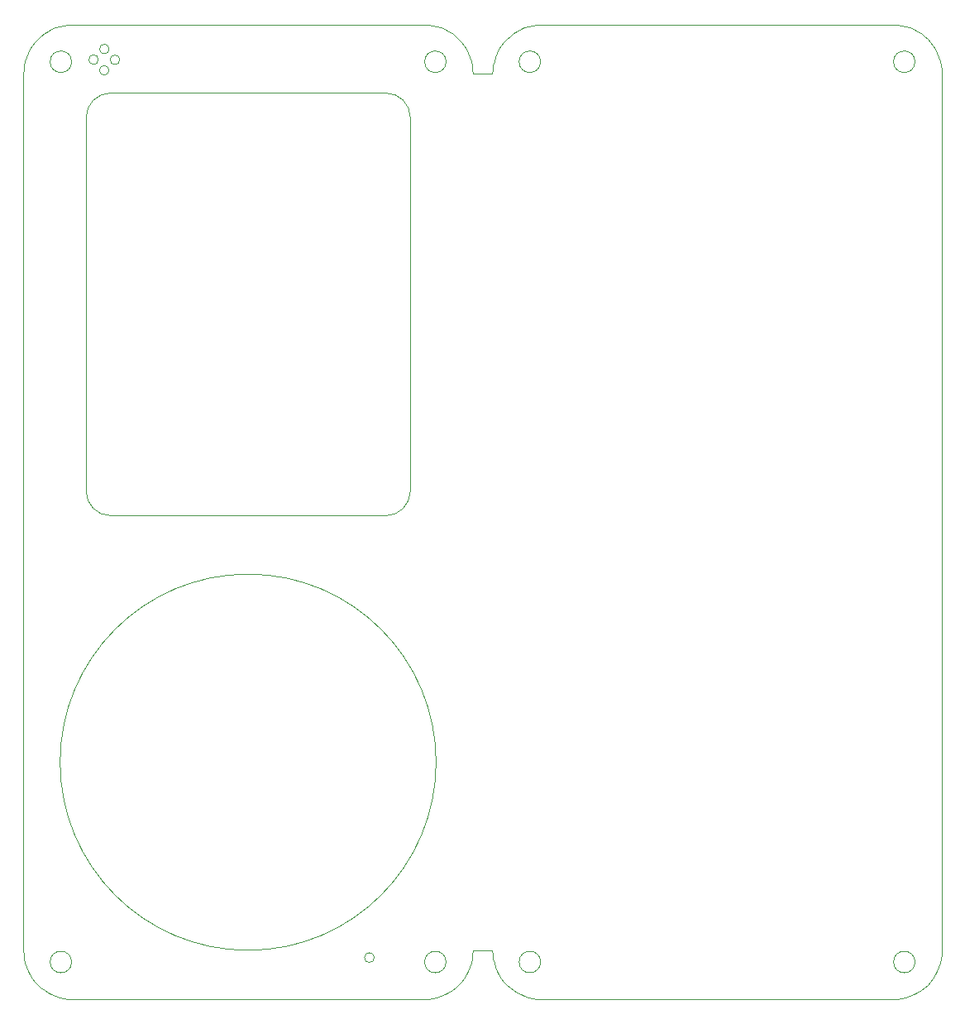
<source format=gbr>
%TF.GenerationSoftware,KiCad,Pcbnew,7.0.2-0*%
%TF.CreationDate,2023-08-14T19:33:42+08:00*%
%TF.ProjectId,Top:bottom_plate,546f703a-626f-4747-946f-6d5f706c6174,rev?*%
%TF.SameCoordinates,Original*%
%TF.FileFunction,Profile,NP*%
%FSLAX46Y46*%
G04 Gerber Fmt 4.6, Leading zero omitted, Abs format (unit mm)*
G04 Created by KiCad (PCBNEW 7.0.2-0) date 2023-08-14 19:33:42*
%MOMM*%
%LPD*%
G01*
G04 APERTURE LIST*
%TA.AperFunction,Profile*%
%ADD10C,0.100000*%
%TD*%
G04 APERTURE END LIST*
D10*
X151000000Y-134350000D02*
X153015001Y-134350000D01*
X153015001Y-44600000D02*
X151000000Y-44600000D01*
X156304887Y-139048488D02*
X156720896Y-139179650D01*
X197550535Y-137885534D02*
X197845223Y-137563938D01*
X199015001Y-44600000D02*
X198995966Y-44164224D01*
X154479467Y-41064466D02*
X154184779Y-41386062D01*
X156304900Y-39901537D02*
X155901910Y-40068461D01*
X180595155Y-39600000D02*
X178595155Y-39598379D01*
X198345128Y-136850000D02*
X198546540Y-136463091D01*
X198713464Y-136060101D02*
X198844630Y-135644095D01*
X157579222Y-39619027D02*
X157146760Y-39675961D01*
X153483462Y-42486909D02*
X153316538Y-42889899D01*
X158015001Y-39600000D02*
X157579222Y-39619027D01*
X155901910Y-40068461D02*
X155515001Y-40269873D01*
X195725088Y-39901562D02*
X195309087Y-39770392D01*
X194015001Y-139350000D02*
X194450780Y-139330973D01*
X194883236Y-39675976D02*
X194450777Y-39619035D01*
X197845193Y-41386089D02*
X197550506Y-41064495D01*
X157579220Y-139330982D02*
X158015001Y-139350000D01*
X198844630Y-135644095D02*
X198939040Y-135218241D01*
X155515001Y-40269873D02*
X155147119Y-40504240D01*
X196285001Y-43400000D02*
G75*
G03*
X196285001Y-43400000I-1100000J0D01*
G01*
X198110761Y-137217882D02*
X198345128Y-136850000D01*
X157146754Y-139274054D02*
X157579220Y-139330982D01*
X197228912Y-40769808D02*
X196882859Y-40504271D01*
X196514980Y-40269903D02*
X196128075Y-40068489D01*
X153015001Y-134350000D02*
X153034019Y-134785781D01*
X153090947Y-135218247D02*
X153185351Y-135644105D01*
X194450777Y-39619035D02*
X194015001Y-39600000D01*
X153034028Y-44164221D02*
X153015001Y-44600000D01*
X198995974Y-134785779D02*
X199015001Y-134350000D01*
X198110730Y-41732142D02*
X197845193Y-41386089D01*
X196128075Y-40068489D02*
X195725088Y-39901562D01*
X153483434Y-136463109D02*
X153684844Y-136850021D01*
X153090962Y-43731759D02*
X153034028Y-44164221D01*
X154184748Y-137563965D02*
X154479438Y-137885563D01*
X199015001Y-134350000D02*
X199015001Y-44600000D01*
X154184779Y-41386062D02*
X153919241Y-41732118D01*
X196128092Y-138881539D02*
X196515001Y-138680127D01*
X153316513Y-136060114D02*
X153483434Y-136463109D01*
X198995966Y-44164224D02*
X198939025Y-43731765D01*
X154801063Y-40769778D02*
X154479467Y-41064466D01*
X178595155Y-39598379D02*
X178594548Y-39600000D01*
X153316538Y-42889899D02*
X153185372Y-43305905D01*
X155147119Y-40504240D02*
X154801063Y-40769778D01*
X198713439Y-42889913D02*
X198546512Y-42486926D01*
X195309087Y-39770392D02*
X194883236Y-39675976D01*
X195309096Y-139179629D02*
X195725102Y-139048463D01*
X153185351Y-135644105D02*
X153316513Y-136060114D01*
X153919210Y-137217907D02*
X154184748Y-137563965D01*
X178594548Y-39600000D02*
X158015001Y-39600000D01*
X198546512Y-42486926D02*
X198345098Y-42100021D01*
X156720906Y-39770371D02*
X156304900Y-39901537D01*
X198939040Y-135218241D02*
X198995974Y-134785779D01*
X198939025Y-43731765D02*
X198844609Y-43305914D01*
X194015001Y-39600000D02*
X180595155Y-39600000D01*
X196285001Y-135550000D02*
G75*
G03*
X196285001Y-135550000I-1100000J0D01*
G01*
X156720896Y-139179650D02*
X157146754Y-139274054D01*
X154801036Y-138180253D02*
X155147094Y-138445791D01*
X157146760Y-39675961D02*
X156720906Y-39770371D01*
X196882883Y-138445760D02*
X197228939Y-138180222D01*
X195725102Y-139048463D02*
X196128092Y-138881539D01*
X194883242Y-139274039D02*
X195309096Y-139179629D01*
X155901892Y-138881567D02*
X156304887Y-139048488D01*
X194450780Y-139330973D02*
X194883242Y-139274039D01*
X197550506Y-41064495D02*
X197228912Y-40769808D01*
X153034019Y-134785781D02*
X153090947Y-135218247D01*
X154479438Y-137885563D02*
X154801036Y-138180253D01*
X197228939Y-138180222D02*
X197550535Y-137885534D01*
X157945001Y-43400000D02*
G75*
G03*
X157945001Y-43400000I-1100000J0D01*
G01*
X158015001Y-139350000D02*
X194015001Y-139350000D01*
X196515001Y-138680127D02*
X196882883Y-138445760D01*
X155147094Y-138445791D02*
X155514980Y-138680157D01*
X157945001Y-135550000D02*
G75*
G03*
X157945001Y-135550000I-1100000J0D01*
G01*
X197845223Y-137563938D02*
X198110761Y-137217882D01*
X155514980Y-138680157D02*
X155901892Y-138881567D01*
X198546540Y-136463091D02*
X198713464Y-136060101D01*
X153684874Y-42100000D02*
X153483462Y-42486909D01*
X198345098Y-42100021D02*
X198110730Y-41732142D01*
X196882859Y-40504271D02*
X196514980Y-40269903D01*
X198844609Y-43305914D02*
X198713439Y-42889913D01*
X153185372Y-43305905D02*
X153090962Y-43731759D01*
X153684844Y-136850021D02*
X153919210Y-137217907D01*
X153919241Y-41732118D02*
X153684874Y-42100000D01*
X106786089Y-40769808D02*
X106464495Y-41064495D01*
X105301537Y-136060101D02*
X105468461Y-136463091D01*
X108705905Y-139179629D02*
X109131759Y-139274039D01*
X146868247Y-139274054D02*
X147294105Y-139179650D01*
X107500000Y-138680127D02*
X107886909Y-138881539D01*
X148500021Y-138680157D02*
X148867907Y-138445791D01*
X149213938Y-40769778D02*
X148867882Y-40504240D01*
X105019027Y-134785779D02*
X105075961Y-135218241D01*
X148867882Y-40504240D02*
X148500000Y-40269873D01*
X109131765Y-39675976D02*
X108705914Y-39770392D01*
X146868241Y-39675961D02*
X146435779Y-39619027D01*
X147294095Y-39770371D02*
X146868241Y-39675961D01*
X107886926Y-40068489D02*
X107500021Y-40269903D01*
X149535534Y-41064466D02*
X149213938Y-40769778D01*
X105075961Y-135218241D02*
X105170371Y-135644095D01*
X150980982Y-134785781D02*
X151000000Y-134350000D01*
X147710114Y-139048488D02*
X148113109Y-138881567D01*
X105669873Y-136850000D02*
X105904240Y-137217882D01*
X147710101Y-39901537D02*
X147294095Y-39770371D01*
X113919845Y-46598445D02*
G75*
G03*
X111419845Y-49098379I-45J-2499955D01*
G01*
X149213965Y-138180253D02*
X149535563Y-137885563D01*
X149535563Y-137885563D02*
X149830253Y-137563965D01*
X110000000Y-39600000D02*
X109564224Y-39619035D01*
X105669903Y-42100021D02*
X105468489Y-42486926D01*
X107500021Y-40269903D02*
X107132142Y-40504271D01*
X146000000Y-39600000D02*
X110000000Y-39600000D01*
X142103886Y-89861686D02*
G75*
G03*
X144603886Y-87361669I14J2499986D01*
G01*
X112670735Y-43179966D02*
G75*
G03*
X112670735Y-43179966I-490688J0D01*
G01*
X113919845Y-46598379D02*
X142103886Y-46598379D01*
X109131759Y-139274039D02*
X109564221Y-139330973D01*
X105000000Y-134350000D02*
X105019027Y-134785779D01*
X109930000Y-135550000D02*
G75*
G03*
X109930000Y-135550000I-1100000J0D01*
G01*
X147294105Y-139179650D02*
X147710114Y-139048488D01*
X105019035Y-44164224D02*
X105000000Y-44600000D01*
X105075976Y-43731765D02*
X105019035Y-44164224D01*
X108705914Y-39770392D02*
X108289913Y-39901562D01*
X106169778Y-137563938D02*
X106464466Y-137885534D01*
X148113091Y-40068461D02*
X147710101Y-39901537D01*
X108289899Y-139048463D02*
X108705905Y-139179629D01*
X106464495Y-41064495D02*
X106169808Y-41386089D01*
X106464466Y-137885534D02*
X106786062Y-138180222D01*
X148500000Y-40269873D02*
X148113091Y-40068461D01*
X107132142Y-40504271D02*
X106786089Y-40769808D01*
X109564224Y-39619035D02*
X109131765Y-39675976D01*
X140919846Y-135098380D02*
G75*
G03*
X140919846Y-135098380I-500000J0D01*
G01*
X109564221Y-139330973D02*
X110000000Y-139350000D01*
X148867907Y-138445791D02*
X149213965Y-138180253D01*
X150829629Y-43305905D02*
X150698463Y-42889899D01*
X150330127Y-42100000D02*
X150095760Y-41732118D01*
X150698488Y-136060114D02*
X150829650Y-135644105D01*
X150829650Y-135644105D02*
X150924054Y-135218247D01*
X146000000Y-139350000D02*
X146435781Y-139330982D01*
X144603886Y-49098379D02*
X144603886Y-87361669D01*
X111419845Y-87361669D02*
X111419845Y-49098379D01*
X150531567Y-136463109D02*
X150698488Y-136060114D01*
X148113109Y-138881567D02*
X148500021Y-138680157D01*
X105170392Y-43305914D02*
X105075976Y-43731765D01*
X114855511Y-43199585D02*
G75*
G03*
X114855511Y-43199585I-490688J0D01*
G01*
X150531539Y-42486909D02*
X150330127Y-42100000D01*
X106169808Y-41386089D02*
X105904271Y-41732142D01*
X150924039Y-43731759D02*
X150829629Y-43305905D01*
X113753313Y-44282164D02*
G75*
G03*
X113753313Y-44282164I-490688J0D01*
G01*
X149830253Y-137563965D02*
X150095791Y-137217907D01*
X105468461Y-136463091D02*
X105669873Y-136850000D01*
X150095760Y-41732118D02*
X149830222Y-41386062D01*
X147250000Y-115100000D02*
G75*
G03*
X147250000Y-115100000I-19250000J0D01*
G01*
X109930000Y-43400000D02*
G75*
G03*
X109930000Y-43400000I-1100000J0D01*
G01*
X105170371Y-135644095D02*
X105301537Y-136060101D01*
X110000000Y-139350000D02*
X146000000Y-139350000D01*
X105301562Y-42889913D02*
X105170392Y-43305914D01*
X150924054Y-135218247D02*
X150980982Y-134785781D01*
X148270000Y-43400000D02*
G75*
G03*
X148270000Y-43400000I-1100000J0D01*
G01*
X150698463Y-42889899D02*
X150531539Y-42486909D01*
X108289913Y-39901562D02*
X107886926Y-40068489D01*
X111419831Y-87361669D02*
G75*
G03*
X113919845Y-89861669I2499969J-31D01*
G01*
X144603921Y-49098379D02*
G75*
G03*
X142103886Y-46598379I-2500021J-21D01*
G01*
X150330157Y-136850021D02*
X150531567Y-136463109D01*
X150095791Y-137217907D02*
X150330157Y-136850021D01*
X146435779Y-39619027D02*
X146000000Y-39600000D01*
X146435781Y-139330982D02*
X146868247Y-139274054D01*
X149830222Y-41386062D02*
X149535534Y-41064466D01*
X113772933Y-42097387D02*
G75*
G03*
X113772933Y-42097387I-490688J0D01*
G01*
X105468489Y-42486926D02*
X105301562Y-42889913D01*
X148270000Y-135550000D02*
G75*
G03*
X148270000Y-135550000I-1100000J0D01*
G01*
X107132118Y-138445760D02*
X107500000Y-138680127D01*
X105904240Y-137217882D02*
X106169778Y-137563938D01*
X142103886Y-89861669D02*
X113919845Y-89861669D01*
X150980973Y-44164221D02*
X150924039Y-43731759D01*
X105904271Y-41732142D02*
X105669903Y-42100021D01*
X106786062Y-138180222D02*
X107132118Y-138445760D01*
X107886909Y-138881539D02*
X108289899Y-139048463D01*
X151000000Y-44600000D02*
X150980973Y-44164221D01*
X105000000Y-44600000D02*
X105000000Y-134350000D01*
M02*

</source>
